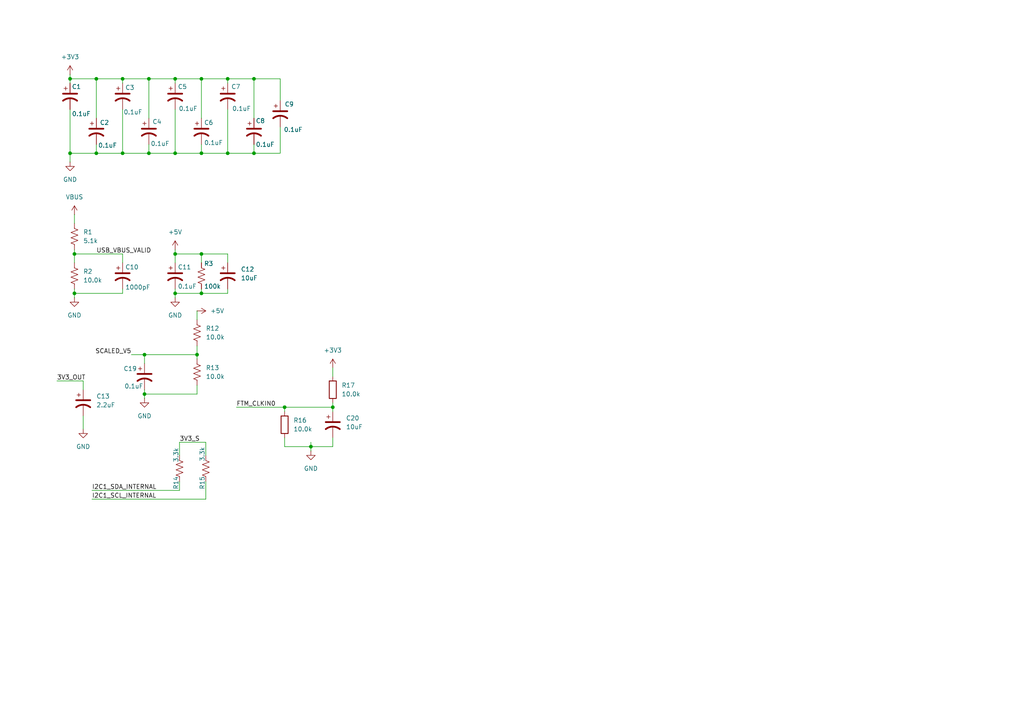
<source format=kicad_sch>
(kicad_sch (version 20231120) (generator "eeschema") (generator_version "8.0")
  (paper "A4")
  (lib_symbols
    (symbol "Device:C_Polarized_US" (pin_numbers hide) (pin_names (offset 0.254) hide)
      (property "Reference" "C" (at 0.635 2.54 0))
      (property "Value" "C_Polarized_US" (at 0.635 -2.54 0))
      (symbol "C_Polarized_US_0_1"
        (polyline (pts (xy -2.032 0.762) (xy 2.032 0.762)) (stroke (width 0.508)))
        (polyline (pts (xy -1.778 2.286) (xy -0.762 2.286)))
        (polyline (pts (xy -1.27 1.778) (xy -1.27 2.794)))
        (arc (start 2.032 -1.27) (mid 0 -0.5572) (end -2.032 -1.27) (stroke (width 0.508)))
      )
      (symbol "C_Polarized_US_1_1"
        (pin passive line (at 0 3.81 270) (length 2.794) (name "~") (number "1"))
        (pin passive line (at 0 -3.81 90) (length 3.302) (name "~") (number "2"))
      )
    )
    (symbol "Device:R" (pin_numbers hide) (pin_names (offset 0))
      (property "Reference" "R" (at 2.032 0 90))
      (property "Value" "R" (at 0 0 90))
      (symbol "R_0_1"
        (rectangle (start -1.016 -2.54) (end 1.016 2.54) (stroke (width 0.254)))
      )
      (symbol "R_1_1"
        (pin passive line (at 0 3.81 270) (length 1.27) (name "~") (number "1"))
        (pin passive line (at 0 -3.81 90) (length 1.27) (name "~") (number "2"))
      )
    )
    (symbol "Device:R_US" (pin_numbers hide) (pin_names (offset 0))
      (property "Reference" "R" (at 2.54 0 90))
      (property "Value" "R_US" (at -2.54 0 90))
      (symbol "R_US_0_1"
        (polyline (pts (xy 0 -2.286) (xy 0 -2.54)))
        (polyline (pts (xy 0 2.286) (xy 0 2.54)))
        (polyline (pts (xy 0 -0.762) (xy 1.016 -1.143) (xy 0 -1.524) (xy -1.016 -1.905) (xy 0 -2.286)))
        (polyline (pts (xy 0 0.762) (xy 1.016 0.381) (xy 0 0) (xy -1.016 -0.381) (xy 0 -0.762)))
        (polyline (pts (xy 0 2.286) (xy 1.016 1.905) (xy 0 1.524) (xy -1.016 1.143) (xy 0 0.762)))
      )
      (symbol "R_US_1_1"
        (pin passive line (at 0 3.81 270) (length 1.27) (name "~") (number "1"))
        (pin passive line (at 0 -3.81 90) (length 1.27) (name "~") (number "2"))
      )
    )
    (symbol "power:+3V3" (power) (pin_numbers hide) (pin_names (offset 0) hide)
      (property "Value" "+3V3" (at 0 3.556 0))
      (symbol "+3V3_0_1"
        (polyline (pts (xy -0.762 1.27) (xy 0 2.54)))
        (polyline (pts (xy 0 0) (xy 0 2.54)))
        (polyline (pts (xy 0 2.54) (xy 0.762 1.27)))
      )
      (symbol "+3V3_1_1"
        (pin power_in line (at 0 0 90) (length 0) (name "~") (number "1"))
      )
    )
    (symbol "power:+5V" (power) (pin_numbers hide) (pin_names (offset 0) hide)
      (property "Value" "+5V" (at 0 3.556 0))
      (symbol "+5V_0_1"
        (polyline (pts (xy -0.762 1.27) (xy 0 2.54)))
        (polyline (pts (xy 0 0) (xy 0 2.54)))
        (polyline (pts (xy 0 2.54) (xy 0.762 1.27)))
      )
      (symbol "+5V_1_1"
        (pin power_in line (at 0 0 90) (length 0) (name "~") (number "1"))
      )
    )
    (symbol "power:GND" (power) (pin_numbers hide) (pin_names (offset 0) hide)
      (property "Value" "GND" (at 0 -3.81 0))
      (symbol "GND_0_1"
        (polyline (pts (xy 0 0) (xy 0 -1.27) (xy 1.27 -1.27) (xy 0 -2.54) (xy -1.27 -1.27) (xy 0 -1.27)))
      )
      (symbol "GND_1_1"
        (pin power_in line (at 0 0 270) (length 0) (name "~") (number "1"))
      )
    )
    (symbol "power:VBUS" (power) (pin_numbers hide) (pin_names (offset 0) hide)
      (property "Value" "VBUS" (at 0 3.556 0))
      (symbol "VBUS_0_1"
        (polyline (pts (xy -0.762 1.27) (xy 0 2.54)))
        (polyline (pts (xy 0 0) (xy 0 2.54)))
        (polyline (pts (xy 0 2.54) (xy 0.762 1.27)))
      )
      (symbol "VBUS_1_1"
        (pin power_in line (at 0 0 90) (length 0) (name "~") (number "1"))
      )
    )
  )
  (junction (at 21.59 73.66))
  (junction (at 20.32 44.45))
  (junction (at 57.15 102.87))
  (junction (at 50.8 73.66))
  (junction (at 43.18 22.86))
  (junction (at 20.32 22.86))
  (junction (at 58.42 22.86))
  (junction (at 66.04 22.86))
  (junction (at 50.8 85.09))
  (junction (at 35.56 44.45))
  (junction (at 21.59 85.09))
  (junction (at 96.52 118.11))
  (junction (at 35.56 22.86))
  (junction (at 27.94 22.86))
  (junction (at 50.8 44.45))
  (junction (at 58.42 44.45))
  (junction (at 43.18 44.45))
  (junction (at 58.42 73.66))
  (junction (at 73.66 22.86))
  (junction (at 27.94 44.45))
  (junction (at 41.91 114.3))
  (junction (at 90.17 129.54))
  (junction (at 58.42 85.09))
  (junction (at 41.91 102.87))
  (junction (at 50.8 22.86))
  (junction (at 73.66 44.45))
  (junction (at 82.55 118.11))
  (junction (at 66.04 44.45))
  (wire (pts (xy 41.91 114.3) (xy 41.91 115.57)))
  (wire (pts (xy 73.66 22.86) (xy 81.28 22.86)))
  (wire (pts (xy 21.59 73.66) (xy 21.59 76.2)))
  (wire (pts (xy 82.55 118.11) (xy 68.58 118.11)))
  (wire (pts (xy 57.15 102.87) (xy 57.15 104.14)))
  (wire (pts (xy 24.13 120.65) (xy 24.13 124.46)))
  (wire (pts (xy 41.91 102.87) (xy 41.91 105.41)))
  (wire (pts (xy 82.55 127) (xy 82.55 129.54)))
  (wire (pts (xy 50.8 85.09) (xy 50.8 86.36)))
  (wire (pts (xy 58.42 41.91) (xy 58.42 44.45)))
  (wire (pts (xy 82.55 118.11) (xy 96.52 118.11)))
  (wire (pts (xy 50.8 24.13) (xy 50.8 22.86)))
  (wire (pts (xy 20.32 44.45) (xy 27.94 44.45)))
  (wire (pts (xy 20.32 22.86) (xy 20.32 24.13)))
  (wire (pts (xy 58.42 22.86) (xy 66.04 22.86)))
  (wire (pts (xy 66.04 83.82) (xy 66.04 85.09)))
  (wire (pts (xy 57.15 114.3) (xy 41.91 114.3)))
  (wire (pts (xy 50.8 72.39) (xy 50.8 73.66)))
  (wire (pts (xy 50.8 44.45) (xy 43.18 44.45)))
  (wire (pts (xy 21.59 85.09) (xy 21.59 86.36)))
  (wire (pts (xy 35.56 83.82) (xy 35.56 85.09)))
  (wire (pts (xy 57.15 111.76) (xy 57.15 114.3)))
  (wire (pts (xy 58.42 22.86) (xy 50.8 22.86)))
  (wire (pts (xy 50.8 31.75) (xy 50.8 44.45)))
  (wire (pts (xy 27.94 22.86) (xy 20.32 22.86)))
  (wire (pts (xy 35.56 22.86) (xy 27.94 22.86)))
  (wire (pts (xy 58.42 85.09) (xy 50.8 85.09)))
  (wire (pts (xy 35.56 24.13) (xy 35.56 22.86)))
  (wire (pts (xy 66.04 44.45) (xy 58.42 44.45)))
  (wire (pts (xy 52.07 132.08) (xy 52.07 128.27)))
  (wire (pts (xy 90.17 129.54) (xy 90.17 128.27)))
  (wire (pts (xy 35.56 73.66) (xy 21.59 73.66)))
  (wire (pts (xy 82.55 129.54) (xy 90.17 129.54)))
  (wire (pts (xy 52.07 139.7) (xy 52.07 142.24)))
  (wire (pts (xy 38.1 102.87) (xy 41.91 102.87)))
  (wire (pts (xy 21.59 72.39) (xy 21.59 73.66)))
  (wire (pts (xy 35.56 31.75) (xy 35.56 44.45)))
  (wire (pts (xy 50.8 73.66) (xy 58.42 73.66)))
  (wire (pts (xy 90.17 129.54) (xy 90.17 130.81)))
  (wire (pts (xy 43.18 22.86) (xy 35.56 22.86)))
  (wire (pts (xy 66.04 44.45) (xy 73.66 44.45)))
  (wire (pts (xy 96.52 119.38) (xy 96.52 118.11)))
  (wire (pts (xy 66.04 76.2) (xy 66.04 73.66)))
  (wire (pts (xy 59.69 139.7) (xy 59.69 144.78)))
  (wire (pts (xy 58.42 76.2) (xy 58.42 73.66)))
  (wire (pts (xy 20.32 44.45) (xy 20.32 46.99)))
  (wire (pts (xy 16.51 110.49) (xy 24.13 110.49)))
  (wire (pts (xy 59.69 128.27) (xy 59.69 132.08)))
  (wire (pts (xy 73.66 22.86) (xy 66.04 22.86)))
  (wire (pts (xy 59.69 144.78) (xy 26.67 144.78)))
  (wire (pts (xy 27.94 44.45) (xy 35.56 44.45)))
  (wire (pts (xy 58.42 34.29) (xy 58.42 22.86)))
  (wire (pts (xy 73.66 41.91) (xy 73.66 44.45)))
  (wire (pts (xy 66.04 85.09) (xy 58.42 85.09)))
  (wire (pts (xy 50.8 83.82) (xy 50.8 85.09)))
  (wire (pts (xy 41.91 113.03) (xy 41.91 114.3)))
  (wire (pts (xy 58.42 73.66) (xy 66.04 73.66)))
  (wire (pts (xy 50.8 44.45) (xy 58.42 44.45)))
  (wire (pts (xy 35.56 85.09) (xy 21.59 85.09)))
  (wire (pts (xy 90.17 129.54) (xy 96.52 129.54)))
  (wire (pts (xy 73.66 34.29) (xy 73.66 22.86)))
  (wire (pts (xy 43.18 44.45) (xy 35.56 44.45)))
  (wire (pts (xy 43.18 34.29) (xy 43.18 22.86)))
  (wire (pts (xy 50.8 73.66) (xy 50.8 76.2)))
  (wire (pts (xy 20.32 21.59) (xy 20.32 22.86)))
  (wire (pts (xy 73.66 44.45) (xy 81.28 44.45)))
  (wire (pts (xy 57.15 90.17) (xy 57.15 92.71)))
  (wire (pts (xy 43.18 41.91) (xy 43.18 44.45)))
  (wire (pts (xy 81.28 29.21) (xy 81.28 22.86)))
  (wire (pts (xy 24.13 110.49) (xy 24.13 113.03)))
  (wire (pts (xy 21.59 83.82) (xy 21.59 85.09)))
  (wire (pts (xy 20.32 31.75) (xy 20.32 44.45)))
  (wire (pts (xy 57.15 100.33) (xy 57.15 102.87)))
  (wire (pts (xy 52.07 142.24) (xy 26.67 142.24)))
  (wire (pts (xy 82.55 118.11) (xy 82.55 119.38)))
  (wire (pts (xy 52.07 128.27) (xy 59.69 128.27)))
  (wire (pts (xy 96.52 106.68) (xy 96.52 109.22)))
  (wire (pts (xy 58.42 83.82) (xy 58.42 85.09)))
  (wire (pts (xy 27.94 34.29) (xy 27.94 22.86)))
  (wire (pts (xy 96.52 129.54) (xy 96.52 127)))
  (wire (pts (xy 66.04 31.75) (xy 66.04 44.45)))
  (wire (pts (xy 35.56 76.2) (xy 35.56 73.66)))
  (wire (pts (xy 96.52 118.11) (xy 96.52 116.84)))
  (wire (pts (xy 27.94 41.91) (xy 27.94 44.45)))
  (wire (pts (xy 57.15 102.87) (xy 41.91 102.87)))
  (wire (pts (xy 81.28 36.83) (xy 81.28 44.45)))
  (wire (pts (xy 21.59 62.23) (xy 21.59 64.77)))
  (wire (pts (xy 43.18 22.86) (xy 50.8 22.86)))
  (wire (pts (xy 66.04 24.13) (xy 66.04 22.86)))
  (label "I2C1_SDA_INTERNAL" (at 26.67 142.24 0))
  (label "3V3_S" (at 52.07 128.27 0))
  (label "FTM_CLKIN0" (at 68.58 118.11 0))
  (label "USB_VBUS_VALID" (at 27.94 73.66 0))
  (label "I2C1_SCL_INTERNAL" (at 26.67 144.78 0))
  (label "3V3_OUT" (at 16.51 110.49 0))
  (label "SCALED_V5" (at 38.1 102.87 180))
  (symbol (lib_id "Device:C_Polarized_US") (at 35.56 27.94 0) (unit 1)
    (property "Reference" "C3" (at 36.322 25.4 0) (effects (justify left)))
    (property "Value" "0.1uF" (at 35.814 32.512 0) (effects (justify left)))
    (property "Description" "Polarized capacitor, US symbol" (effects (hide yes)))
  )
  (symbol (lib_id "Device:R_US") (at 21.59 80.01 0) (unit 1)
    (property "Reference" "R2" (at 24.13 78.7399 0) (effects (justify left)))
    (property "Value" "10.0k" (at 24.13 81.2799 0) (effects (justify left)))
    (property "Description" "Resistor, US symbol" (effects (hide yes)))
  )
  (symbol (lib_id "Device:R_US") (at 59.69 135.89 0) (unit 1)
    (property "Reference" "R15" (at 58.674 141.986 90) (effects (justify left)))
    (property "Value" "3.3k" (at 58.674 133.858 90) (effects (justify left)))
    (property "Description" "Resistor, US symbol" (effects (hide yes)))
  )
  (symbol (lib_id "power:+5V") (at 57.15 90.17 270) (unit 1)
    (property "Reference" "#PWR040" (effects (hide yes)))
    (property "Value" "+5V" (at 60.96 90.1699 90) (effects (justify left)))
    (property "Description" "Power symbol creates a global label with name \"+5V\"" (effects (hide yes)))
  )
  (symbol (lib_id "Device:C_Polarized_US") (at 96.52 123.19 0) (unit 1)
    (property "Reference" "C20" (at 100.33 121.2849 0) (effects (justify left)))
    (property "Value" "10uF" (at 100.33 123.8249 0) (effects (justify left)))
    (property "Description" "Polarized capacitor, US symbol" (effects (hide yes)))
  )
  (symbol (lib_id "power:+5V") (at 50.8 72.39 0) (unit 1)
    (property "Reference" "#PWR015" (effects (hide yes)))
    (property "Value" "+5V" (at 50.8 67.31 0))
    (property "Description" "Power symbol creates a global label with name \"+5V\"" (effects (hide yes)))
  )
  (symbol (lib_id "Device:C_Polarized_US") (at 24.13 116.84 0) (unit 1)
    (property "Reference" "C13" (at 27.94 114.9349 0) (effects (justify left)))
    (property "Value" "2.2uF" (at 27.94 117.4749 0) (effects (justify left)))
    (property "Description" "Polarized capacitor, US symbol" (effects (hide yes)))
  )
  (symbol (lib_id "power:GND") (at 24.13 124.46 0) (unit 1)
    (property "Reference" "#PWR017" (effects (hide yes)))
    (property "Value" "GND" (at 24.13 129.54 0))
    (property "Description" "Power symbol creates a global label with name \"GND\" , ground" (effects (hide yes)))
  )
  (symbol (lib_id "Device:R_US") (at 57.15 96.52 0) (unit 1)
    (property "Reference" "R12" (at 59.69 95.2499 0) (effects (justify left)))
    (property "Value" "10.0k" (at 59.69 97.7899 0) (effects (justify left)))
    (property "Description" "Resistor, US symbol" (effects (hide yes)))
  )
  (symbol (lib_id "Device:C_Polarized_US") (at 66.04 80.01 0) (unit 1)
    (property "Reference" "C12" (at 69.85 78.1049 0) (effects (justify left)))
    (property "Value" "10uF" (at 69.85 80.6449 0) (effects (justify left)))
    (property "Description" "Polarized capacitor, US symbol" (effects (hide yes)))
  )
  (symbol (lib_id "Device:R_US") (at 21.59 68.58 0) (unit 1)
    (property "Reference" "R1" (at 24.13 67.3099 0) (effects (justify left)))
    (property "Value" "5.1k" (at 24.13 69.8499 0) (effects (justify left)))
    (property "Description" "Resistor, US symbol" (effects (hide yes)))
  )
  (symbol (lib_id "Device:C_Polarized_US") (at 43.18 38.1 0) (unit 1)
    (property "Reference" "C4" (at 44.196 35.306 0) (effects (justify left)))
    (property "Value" "0.1uF" (at 43.688 41.656 0) (effects (justify left)))
    (property "Description" "Polarized capacitor, US symbol" (effects (hide yes)))
  )
  (symbol (lib_id "Device:C_Polarized_US") (at 41.91 109.22 0) (unit 1)
    (property "Reference" "C19" (at 35.814 106.934 0) (effects (justify left)))
    (property "Value" "0.1uF" (at 36.068 112.014 0) (effects (justify left)))
    (property "Description" "Polarized capacitor, US symbol" (effects (hide yes)))
  )
  (symbol (lib_id "Device:C_Polarized_US") (at 27.94 38.1 0) (unit 1)
    (property "Reference" "C2" (at 28.956 35.56 0) (effects (justify left)))
    (property "Value" "0.1uF" (at 28.448 42.164 0) (effects (justify left)))
    (property "Description" "Polarized capacitor, US symbol" (effects (hide yes)))
  )
  (symbol (lib_id "Device:R_US") (at 57.15 107.95 0) (unit 1)
    (property "Reference" "R13" (at 59.69 106.6799 0) (effects (justify left)))
    (property "Value" "10.0k" (at 59.69 109.2199 0) (effects (justify left)))
    (property "Description" "Resistor, US symbol" (effects (hide yes)))
  )
  (symbol (lib_id "Device:C_Polarized_US") (at 66.04 27.94 0) (unit 1)
    (property "Reference" "C7" (at 67.056 25.146 0) (effects (justify left)))
    (property "Value" "0.1uF" (at 67.31 31.496 0) (effects (justify left)))
    (property "Description" "Polarized capacitor, US symbol" (effects (hide yes)))
  )
  (symbol (lib_id "power:GND") (at 41.91 115.57 0) (unit 1)
    (property "Reference" "#PWR039" (effects (hide yes)))
    (property "Value" "GND" (at 41.91 120.65 0))
    (property "Description" "Power symbol creates a global label with name \"GND\" , ground" (effects (hide yes)))
  )
  (symbol (lib_id "power:+3V3") (at 20.32 21.59 0) (unit 1)
    (property "Reference" "#PWR010" (effects (hide yes)))
    (property "Value" "+3V3" (at 20.32 16.51 0))
    (property "Description" "Power symbol creates a global label with name \"+3V3\"" (effects (hide yes)))
  )
  (symbol (lib_id "Device:C_Polarized_US") (at 35.56 80.01 0) (unit 1)
    (property "Reference" "C10" (at 36.322 77.47 0) (effects (justify left)))
    (property "Value" "1000pF" (at 36.322 83.312 0) (effects (justify left)))
    (property "Description" "Polarized capacitor, US symbol" (effects (hide yes)))
  )
  (symbol (lib_id "power:+3V3") (at 96.52 106.68 0) (unit 1)
    (property "Reference" "#PWR041" (effects (hide yes)))
    (property "Value" "+3V3" (at 96.52 101.6 0))
    (property "Description" "Power symbol creates a global label with name \"+3V3\"" (effects (hide yes)))
  )
  (symbol (lib_id "Device:R_US") (at 58.42 80.01 0) (unit 1)
    (property "Reference" "R3" (at 59.182 76.454 0) (effects (justify left)))
    (property "Value" "100k" (at 59.182 83.058 0) (effects (justify left)))
    (property "Description" "Resistor, US symbol" (effects (hide yes)))
  )
  (symbol (lib_id "Device:C_Polarized_US") (at 20.32 27.94 0) (unit 1)
    (property "Reference" "C1" (at 20.828 25.146 0) (effects (justify left)))
    (property "Value" "0.1uF" (at 20.828 33.02 0) (effects (justify left)))
    (property "Description" "Polarized capacitor, US symbol" (effects (hide yes)))
  )
  (symbol (lib_id "power:GND") (at 21.59 86.36 0) (unit 1)
    (property "Reference" "#PWR012" (effects (hide yes)))
    (property "Value" "GND" (at 21.59 91.44 0))
    (property "Description" "Power symbol creates a global label with name \"GND\" , ground" (effects (hide yes)))
  )
  (symbol (lib_id "power:GND") (at 20.32 46.99 0) (unit 1)
    (property "Reference" "#PWR011" (effects (hide yes)))
    (property "Value" "GND" (at 20.32 52.07 0))
    (property "Description" "Power symbol creates a global label with name \"GND\" , ground" (effects (hide yes)))
  )
  (symbol (lib_id "Device:C_Polarized_US") (at 81.28 33.02 0) (unit 1)
    (property "Reference" "C9" (at 82.55 30.226 0) (effects (justify left)))
    (property "Value" "0.1uF" (at 82.296 37.592 0) (effects (justify left)))
    (property "Description" "Polarized capacitor, US symbol" (effects (hide yes)))
  )
  (symbol (lib_id "Device:R") (at 82.55 123.19 0) (unit 1)
    (property "Reference" "R16" (at 85.09 121.9199 0) (effects (justify left)))
    (property "Value" "10.0k" (at 85.09 124.4599 0) (effects (justify left)))
    (property "Description" "Resistor" (effects (hide yes)))
  )
  (symbol (lib_id "Device:R_US") (at 52.07 135.89 0) (unit 1)
    (property "Reference" "R14" (at 51.054 141.986 90) (effects (justify left)))
    (property "Value" "3.3k" (at 51.054 134.112 90) (effects (justify left)))
    (property "Description" "Resistor, US symbol" (effects (hide yes)))
  )
  (symbol (lib_id "power:GND") (at 90.17 130.81 0) (unit 1)
    (property "Reference" "#PWR042" (effects (hide yes)))
    (property "Value" "GND" (at 90.17 135.89 0))
    (property "Description" "Power symbol creates a global label with name \"GND\" , ground" (effects (hide yes)))
  )
  (symbol (lib_id "Device:R") (at 96.52 113.03 0) (unit 1)
    (property "Reference" "R17" (at 99.06 111.7599 0) (effects (justify left)))
    (property "Value" "10.0k" (at 99.06 114.2999 0) (effects (justify left)))
    (property "Description" "Resistor" (effects (hide yes)))
  )
  (symbol (lib_id "Device:C_Polarized_US") (at 58.42 38.1 0) (unit 1)
    (property "Reference" "C6" (at 59.182 35.56 0) (effects (justify left)))
    (property "Value" "0.1uF" (at 59.182 41.402 0) (effects (justify left)))
    (property "Description" "Polarized capacitor, US symbol" (effects (hide yes)))
  )
  (symbol (lib_id "power:VBUS") (at 21.59 62.23 0) (unit 1)
    (property "Reference" "#PWR013" (effects (hide yes)))
    (property "Value" "VBUS" (at 21.59 57.15 0))
    (property "Description" "Power symbol creates a global label with name \"VBUS\"" (effects (hide yes)))
  )
  (symbol (lib_id "Device:C_Polarized_US") (at 50.8 27.94 0) (unit 1)
    (property "Reference" "C5" (at 51.562 25.146 0) (effects (justify left)))
    (property "Value" "0.1uF" (at 51.816 31.496 0) (effects (justify left)))
    (property "Description" "Polarized capacitor, US symbol" (effects (hide yes)))
  )
  (symbol (lib_id "Device:C_Polarized_US") (at 50.8 80.01 0) (unit 1)
    (property "Reference" "C11" (at 51.562 77.47 0) (effects (justify left)))
    (property "Value" "0.1uF" (at 51.562 83.058 0) (effects (justify left)))
    (property "Description" "Polarized capacitor, US symbol" (effects (hide yes)))
  )
  (symbol (lib_id "power:GND") (at 50.8 86.36 0) (unit 1)
    (property "Reference" "#PWR016" (effects (hide yes)))
    (property "Value" "GND" (at 50.8 91.44 0))
    (property "Description" "Power symbol creates a global label with name \"GND\" , ground" (effects (hide yes)))
  )
  (symbol (lib_id "Device:C_Polarized_US") (at 73.66 38.1 0) (unit 1)
    (property "Reference" "C8" (at 74.168 35.052 0) (effects (justify left)))
    (property "Value" "0.1uF" (at 74.168 41.91 0) (effects (justify left)))
    (property "Description" "Polarized capacitor, US symbol" (effects (hide yes)))
  )
)
</source>
